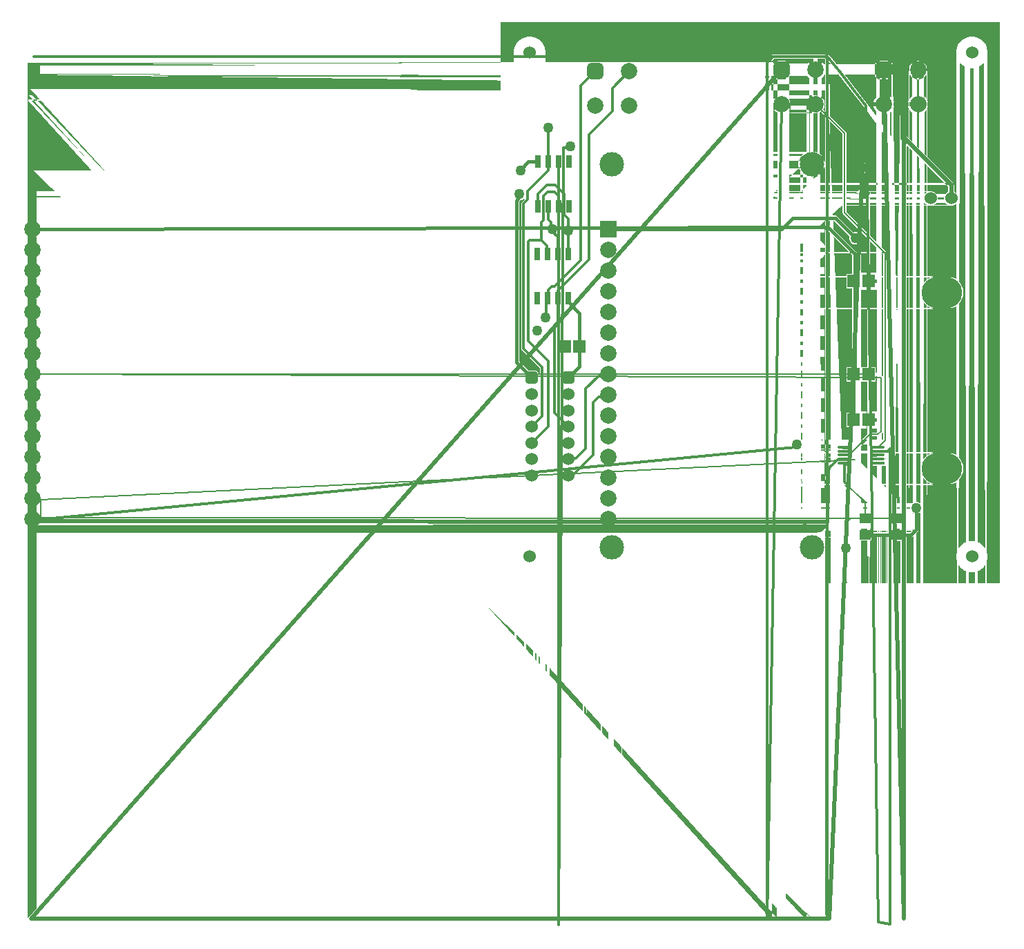
<source format=gbr>
%FSTAX23Y23*%
%MOMM*%
%SFA1B1*%

%IPPOS*%
%AMD15*
4,1,8,-0.601980,-0.175260,0.601980,-0.175260,0.777240,0.000000,0.777240,0.000000,0.601980,0.175260,-0.601980,0.175260,-0.777240,0.000000,-0.777240,0.000000,-0.601980,-0.175260,0.0*
1,1,0.350000,-0.601980,0.000000*
1,1,0.350000,0.601980,0.000000*
1,1,0.350000,0.601980,0.000000*
1,1,0.350000,-0.601980,0.000000*
%
%AMD23*
4,1,8,0.599440,1.899920,-0.599440,1.899920,-2.499360,0.000000,-2.499360,0.000000,-0.599440,-1.899920,0.599440,-1.899920,2.499360,0.000000,2.499360,0.000000,0.599440,1.899920,0.0*
1,1,3.800000,0.599440,0.000000*
1,1,3.800000,-0.599440,0.000000*
1,1,3.800000,-0.599440,0.000000*
1,1,3.800000,0.599440,0.000000*
%
%AMD25*
4,1,8,0.381000,0.762000,-0.381000,0.762000,-0.762000,0.381000,-0.762000,-0.381000,-0.381000,-0.762000,0.381000,-0.762000,0.762000,-0.381000,0.762000,0.381000,0.381000,0.762000,0.0*
1,1,0.762000,0.381000,0.381000*
1,1,0.762000,-0.381000,0.381000*
1,1,0.762000,-0.381000,-0.381000*
1,1,0.762000,0.381000,-0.381000*
%
%AMD26*
4,1,8,0.500380,1.000760,-0.500380,1.000760,-1.000760,0.500380,-1.000760,-0.500380,-0.500380,-1.000760,0.500380,-1.000760,1.000760,-0.500380,1.000760,0.500380,0.500380,1.000760,0.0*
1,1,1.000000,0.500380,0.500380*
1,1,1.000000,-0.500380,0.500380*
1,1,1.000000,-0.500380,-0.500380*
1,1,1.000000,0.500380,-0.500380*
%
%ADD10C,0.299999*%
%ADD11R,0.539999X0.859998*%
%ADD12R,0.649999X1.524997*%
%ADD13R,1.449997X1.199998*%
%ADD14R,1.556497X0.349999*%
G04~CAMADD=15~8~0.0~0.0~612.8~137.8~68.9~0.0~15~0.0~0.0~0.0~0.0~0~0.0~0.0~0.0~0.0~0~0.0~0.0~0.0~180.0~612.0~137.0*
%ADD15D15*%
%ADD16R,1.499997X1.549997*%
%ADD17C,0.399999*%
%ADD18C,0.200000*%
%ADD19C,0.499999*%
%ADD20R,1.999996X1.999996*%
%ADD21C,1.999996*%
%ADD22C,2.999994*%
G04~CAMADD=23~8~0.0~0.0~1968.5~1496.1~748.0~0.0~15~0.0~0.0~0.0~0.0~0~0.0~0.0~0.0~0.0~0~0.0~0.0~0.0~0.0~1968.5~1496.1*
%ADD23D23*%
%ADD24C,1.523997*%
G04~CAMADD=25~8~0.0~0.0~600.0~600.0~150.0~0.0~15~0.0~0.0~0.0~0.0~0~0.0~0.0~0.0~0.0~0~0.0~0.0~0.0~0.0~600.0~600.0*
%ADD25D25*%
G04~CAMADD=26~8~0.0~0.0~787.4~787.4~196.9~0.0~15~0.0~0.0~0.0~0.0~0~0.0~0.0~0.0~0.0~0~0.0~0.0~0.0~0.0~787.4~787.4*
%ADD26D26*%
%ADD27C,1.523997*%
%ADD28C,1.269997*%
%LNecu_freio_2024_equipe_imperador_copper_signal_top-1*%
%LPD*%
G36*
X129286Y52451D02*
X108204D01*
Y59381*
X108206Y59383*
X108371Y59692*
X108454Y59966*
X108472Y60027*
X108478Y6009*
X108484Y60134*
Y66359*
X109169Y67044*
X109323Y67018*
X109347Y66982*
X109446Y66916*
X109563Y66893*
X109937*
Y64965*
X109955Y64878*
X110004Y64803*
X112546Y62261*
Y6116*
X111925*
Y60665*
X110981*
X110894Y60647*
X110819Y60598*
X1102Y59979*
X110151Y59904*
X110133Y59817*
Y57494*
X110069Y57477*
X109896Y57377*
X109754Y57235*
X109654Y57062*
X109602Y56869*
Y56668*
X109654Y56475*
X109754Y56302*
X109896Y5616*
X110069Y5606*
X110262Y56008*
X110463*
X110656Y5606*
X110829Y5616*
X110971Y56302*
X111071Y56475*
X111122Y56668*
Y56869*
X111071Y57062*
X110971Y57235*
X110829Y57377*
X110656Y57477*
X110592Y57494*
Y59721*
X111077Y60206*
X111925*
Y5971*
X113625*
Y6116*
X113005*
Y62357*
X112987Y62444*
X112938Y62519*
X110396Y6506*
Y66893*
X11077*
X110887Y66916*
X110986Y66982*
X111052Y67081*
X111076Y67198*
X111052Y67316*
X111122Y6744*
X111431*
X11624Y62631*
Y61144*
X115735*
Y59694*
X117435*
Y61144*
X116699*
Y62726*
X116682Y62814*
X116632Y62889*
X111688Y67832*
X111614Y67882*
X111526Y67899*
X111073*
X111019Y68019*
X111026Y68041*
X111052Y68081*
X111058Y6811*
X111098Y68136*
X113471Y70509*
X114319*
X114407Y70527*
X114481Y70576*
X114832Y70927*
X114877Y70922*
X114959Y70883*
Y70114*
X11435Y69504*
X113765*
X113648Y69481*
X113549Y69415*
X113482Y69316*
X113459Y69198*
X113482Y69081*
X113509Y69041*
X113538Y68948*
X113509Y68856*
X113482Y68816*
X113459Y68698*
X113482Y68581*
X113508Y68543*
X113456Y68508*
X113416Y68448*
X113599*
X113648Y68416*
X113765Y68393*
X114368*
Y68004*
X113765*
X113648Y67981*
X113599Y67948*
X113416*
X113456Y67889*
X113508Y67854*
X113482Y67816*
X113459Y67698*
X113474Y67625*
X113465Y67498*
Y66898*
X115272*
Y67498*
X115263Y67625*
X115277Y67698*
X115254Y67816*
X115228Y67854*
X115281Y67889*
X115376Y68031*
X115409Y68199*
X115391Y68291*
X115482Y68418*
X115561*
X115669Y68439*
X11576Y685*
X116022Y68762*
X116083Y68853*
X116104Y68961*
Y10703*
X116083Y107138*
X116046Y107192*
X116054Y107199*
X113134Y111136*
X110017Y115172*
X108429Y117145*
X108423Y117155*
X108422Y117155*
X108423Y117156*
X108389Y117208*
X108348Y117235*
X108333Y117245*
X108198Y117335*
X107974Y11738*
X107847Y117374*
X101473*
X101365Y117353*
X101274Y117292*
X100512Y11653*
X100451Y116439*
X10043Y116332*
Y11303*
X100451Y112922*
X100512Y112831*
X10152Y111824*
X10144Y111686*
X101363Y1114*
Y111103*
X10144Y110817*
X101588Y110561*
X101798Y110351*
X102054Y110203*
X10234Y110126*
X102637*
X102923Y110203*
X103179Y110351*
X103389Y110561*
X103537Y110817*
X103613Y111103*
Y1114*
X103537Y111686*
X103389Y111942*
X103179Y112152*
X102923Y1123*
X102637Y112376*
X10234*
X102054Y1123*
X101916Y11222*
X100991Y113146*
Y116215*
X101589Y116813*
X106434*
X106451Y116686*
X106204Y11662*
X105919Y116455*
X105685Y116221*
X10552Y115936*
X105457Y115701*
X10792*
X107857Y115936*
X107692Y116221*
X107458Y116455*
X107173Y11662*
X106926Y116686*
X106943Y116813*
X107858*
X107983Y116802*
X109575Y114823*
X112685Y110797*
X115543Y106943*
Y92968*
X115418Y92964*
X1154Y93051*
X115351Y93126*
X110465Y98011*
Y107704*
X110447Y107792*
X110398Y107867*
X107631Y110634*
X107737Y110817*
X107813Y111103*
Y1114*
X107737Y111686*
X107589Y111942*
X107379Y112152*
X107123Y1123*
X106837Y112376*
X10654*
X106254Y1123*
X105998Y112152*
X105788Y111942*
X10564Y111686*
X105563Y1114*
Y111103*
X10564Y110817*
X105788Y110561*
X105998Y110351*
X106254Y110203*
X10654Y110126*
X106837*
X107123Y110203*
X107306Y110309*
X110006Y107609*
Y97917*
X110024Y97829*
X110073Y97754*
X114959Y92868*
Y7794*
X114877Y77902*
X114832Y77896*
X114462Y78267*
X114387Y78316*
X1143Y78334*
X114031*
Y79004*
X112359*
X112281*
X112154*
X111815*
Y88634*
X112164*
Y88505*
X112918*
Y89535*
Y90563*
X112164*
Y90434*
X111826*
Y92847*
X111801Y92974*
X111729Y93082*
X108438Y96373*
X10833Y96445*
X108204Y9647*
X107653*
X10758Y96596*
X10737Y96806*
X107333Y96827*
X107365Y9695*
X108955*
X110849Y95056*
X110809Y94905*
Y94705*
X110861Y94512*
X110961Y94338*
X111102Y94197*
X111276Y94097*
X111469Y94045*
X111669*
X111862Y94097*
X112036Y94197*
X112177Y94338*
X112277Y94512*
X112329Y94705*
Y94905*
X112277Y95098*
X112177Y95272*
X112036Y95413*
X111862Y95513*
X111669Y95565*
X111469*
X111318Y95525*
X109327Y97516*
X109219Y97588*
X109093Y97613*
X103886*
X103759Y97588*
X103651Y97516*
X102372Y96237*
X82404*
Y9703*
X80154*
Y9478*
X82404*
Y95574*
X102509*
X102636Y95599*
X102744Y95671*
X104023Y9695*
X105994*
X106026Y96827*
X105989Y96806*
X105779Y96596*
X105631Y9634*
X105554Y96054*
Y95757*
X105631Y95471*
X105779Y95215*
X105989Y95005*
X106245Y94857*
X106531Y9478*
X106828*
X107114Y94857*
X10737Y95005*
X10758Y95215*
X107728Y95471*
X107804Y95757*
Y95807*
X108066*
X111163Y9271*
Y90434*
X110492*
Y88634*
X111152*
Y79004*
X110481*
Y77204*
X111025*
Y73416*
X110492*
Y71616*
X112163*
Y71487*
X112917*
Y72517*
Y73545*
X112163*
Y73416*
X111688*
Y77204*
X112154*
X112231*
X112359*
X114031*
Y77875*
X114204*
X114451Y77628*
Y71195*
X114224Y70968*
X113376*
X113288Y7095*
X113213Y70901*
X111197Y68884*
X11106Y68905*
X111011Y68995*
X111026Y69041*
X111052Y69081*
X111076Y69198*
X111052Y69316*
X110986Y69415*
X110887Y69481*
X11077Y69504*
X109563*
X109446Y69481*
X109347Y69415*
X109281Y69316*
X109258Y69198*
X109281Y69081*
X109308Y69041*
X109337Y68948*
X109308Y68856*
X109281Y68816*
X109258Y68698*
X109281Y68581*
X109308Y68541*
X109337Y68448*
X109308Y68356*
X109281Y68316*
X109258Y68199*
X109281Y68081*
X109302Y6805*
X109303Y67996*
X1093Y6798*
X109271Y67912*
X10926Y67901*
X109239Y67887*
X109206Y67871*
X109194Y67857*
X109179Y67847*
X108005Y66673*
X107944Y66582*
X107923Y66475*
Y65622*
X107796Y65605*
X107728Y6586*
X10758Y66116*
X10737Y66326*
X107114Y66474*
X106828Y6655*
X106531*
X106245Y66474*
X105989Y66326*
X105779Y66116*
X105631Y6586*
X105554Y65574*
Y65277*
X105631Y64991*
X105779Y64735*
X105989Y64525*
X106245Y64377*
X106531Y643*
X106828*
X107114Y64377*
X10737Y64525*
X10758Y64735*
X107728Y64991*
X107796Y65246*
X107923Y65229*
Y64135*
X105081*
X104575Y6873*
X104687Y6876*
X10486Y6886*
X105002Y69002*
X105102Y69175*
X105153Y69368*
Y69569*
X105102Y69762*
X105002Y69935*
X10486Y70077*
X104687Y70177*
X104494Y70228*
X104293*
X1041Y70177*
X103927Y70077*
X103785Y69935*
X103685Y69762*
X103633Y69569*
Y69368*
X103685Y69175*
X103785Y69002*
X103927Y6886*
X104001Y68817*
X104506Y64229*
X104421Y64135*
X79756*
X79629Y64008*
Y52451*
X68072*
Y121285*
X129286*
Y52451*
G37*
%LNecu_freio_2024_equipe_imperador_copper_signal_top-2*%
%LPC*%
G36*
X126046Y119526D02*
X125667D01*
X125295Y119452*
X124945Y119307*
X124629Y119097*
X124361Y118829*
X124151Y118513*
X124005Y118163*
X123931Y117791*
Y117412*
X124005Y11704*
X124151Y11669*
X124361Y116374*
X124629Y116106*
X124945Y115896*
X125295Y11575*
X125667Y115676*
X126046*
X126418Y11575*
X126768Y115896*
X127084Y116106*
X127352Y116374*
X127562Y11669*
X127707Y11704*
X127781Y117412*
Y117791*
X127707Y118163*
X127562Y118513*
X127352Y118829*
X127084Y119097*
X126768Y119307*
X126418Y119452*
X126046Y119526*
G37*
G36*
X71817D02*
X71438D01*
X71066Y119452*
X70716Y119307*
X704Y119097*
X70132Y118829*
X69922Y118513*
X69776Y118163*
X69702Y117791*
Y117412*
X69776Y11704*
X69922Y11669*
X70132Y116374*
X704Y116106*
X70716Y115896*
X71066Y11575*
X71438Y115676*
X71817*
X72189Y11575*
X72539Y115896*
X72855Y116106*
X73123Y116374*
X73333Y11669*
X73478Y11704*
X73552Y117412*
Y117791*
X73478Y118163*
X73333Y118513*
X73123Y118829*
X72855Y119097*
X72539Y119307*
X72189Y119452*
X71817Y119526*
G37*
G36*
X119401Y116576D02*
X119104D01*
X118818Y1165*
X118562Y116352*
X118352Y116142*
X118204Y115886*
X118127Y1156*
Y115303*
X118204Y115017*
X118352Y114761*
X118562Y114551*
X118818Y114403*
X119104Y114326*
X119401*
X119687Y114403*
X119943Y114551*
X120153Y114761*
X120301Y115017*
X120377Y115303*
Y1156*
X120301Y115886*
X120153Y116142*
X119943Y116352*
X119687Y1165*
X119401Y116576*
G37*
G36*
X10792Y115201D02*
X106938D01*
Y11422*
X107173Y114283*
X107458Y114448*
X107692Y114682*
X107857Y114967*
X10792Y115201*
G37*
G36*
X106438D02*
X105457D01*
X10552Y114967*
X105685Y114682*
X105919Y114448*
X106204Y114283*
X106438Y11422*
Y115201*
G37*
G36*
X8012Y116453D02*
X7912D01*
X78876Y116404*
X78669Y116266*
X78531Y116059*
X78482Y115815*
Y114815*
X78522Y114615*
X77652Y113745*
X77591Y113654*
X7757Y113546*
Y92191*
X74559Y8918*
X74295*
X74187Y89159*
X74096Y89098*
X73683Y88685*
X73622Y88594*
X73601Y88486*
Y88345*
X73336*
Y8657*
X73379*
Y85835*
X73239Y85798*
X73066Y85698*
X72924Y85556*
X72824Y85383*
X72772Y8519*
Y84989*
X72824Y84796*
X72924Y84623*
X73066Y84481*
X73239Y84381*
X73432Y84329*
X73633*
X73826Y84381*
X73999Y84481*
X74141Y84623*
X74241Y84796*
X74292Y84989*
Y8519*
X74241Y85383*
X74141Y85556*
X73999Y85698*
X7394Y85732*
Y8657*
X74236*
Y88345*
X74256Y88464*
X74411Y88619*
X74676*
X74733Y8863*
X7481Y88517*
X74797Y88499*
X74776Y88392*
Y88345*
X74606*
Y8657*
X74776*
Y84375*
X74452Y8405*
X74391Y83959*
X7437Y83852*
Y73367*
X74391Y7326*
X74452Y73169*
X75532Y72088*
X755Y72033*
X75439Y71807*
Y71574*
X755Y71348*
X75617Y71146*
X75782Y70981*
X75984Y70864*
X7621Y70803*
X76443*
X76669Y70864*
X76871Y70981*
X77036Y71146*
X77153Y71348*
X77213Y71574*
Y71807*
X77153Y72033*
X77036Y72235*
X76871Y724*
X76669Y72517*
X76443Y72577*
X7621*
X75984Y72517*
X75929Y72485*
X7493Y73483*
Y80377*
X74931Y80504*
X75057*
X75685*
Y81534*
Y82562*
X74931*
X7493Y82689*
Y83736*
X75255Y8406*
X75316Y84151*
X75337Y84258*
Y8657*
X75506*
Y88345*
X75477Y88416*
X79065Y92003*
X79126Y92094*
X79147Y92202*
Y107402*
X81935Y11019*
X81996Y110281*
X82017Y110388*
Y113117*
X83247Y114347*
X83385Y114267*
X83671Y11419*
X83968*
X84254Y114267*
X8451Y114415*
X8472Y114625*
X84868Y114881*
X84944Y115167*
Y115464*
X84868Y11575*
X8472Y116006*
X8451Y116216*
X84254Y116364*
X83968Y11644*
X83671*
X83385Y116364*
X83129Y116216*
X82919Y116006*
X82771Y11575*
X82694Y115464*
Y115167*
X82771Y114881*
X82851Y114743*
X81538Y113431*
X81478Y11334*
X81456Y113233*
Y110504*
X78668Y107716*
X78607Y107625*
X78586Y107518*
Y92318*
X7824Y91971*
X78123Y92034*
X78131Y92075*
Y11343*
X78919Y114218*
X7912Y114178*
X8012*
X80363Y114227*
X8057Y114365*
X80708Y114572*
X80757Y114815*
Y115815*
X80708Y116059*
X8057Y116266*
X80363Y116404*
X8012Y116453*
G37*
G36*
X119502Y112483D02*
Y111501D01*
X120484*
X120421Y111735*
X120256Y112021*
X120022Y112255*
X119736Y11242*
X119502Y112483*
G37*
G36*
X119002D02*
X118768Y11242D01*
X118483Y112255*
X118249Y112021*
X118084Y111735*
X118021Y111501*
X119002*
Y112483*
G37*
G36*
X115302D02*
Y111501D01*
X116284*
X116221Y111735*
X116056Y112021*
X115822Y112255*
X115537Y11242*
X115302Y112483*
G37*
G36*
X114802D02*
X114568Y11242D01*
X114283Y112255*
X114049Y112021*
X113884Y111735*
X113821Y111501*
X114802*
Y112483*
G37*
G36*
X120484Y111001D02*
X119502D01*
Y11002*
X119736Y110083*
X120022Y110248*
X120256Y110482*
X120421Y110767*
X120484Y111001*
G37*
G36*
X119002D02*
X118021D01*
X118084Y110767*
X118249Y110482*
X118483Y110248*
X118768Y110083*
X119002Y11002*
Y111001*
G37*
G36*
X116284D02*
X115302D01*
Y11002*
X115537Y110083*
X115822Y110248*
X116056Y110482*
X116221Y110767*
X116284Y111001*
G37*
G36*
X114802D02*
X113821D01*
X113884Y110767*
X114049Y110482*
X114283Y110248*
X114568Y110083*
X114802Y11002*
Y111001*
G37*
G36*
X83968Y11224D02*
X83671D01*
X83385Y112164*
X83129Y112016*
X82919Y111806*
X82771Y11155*
X82694Y111264*
Y110967*
X82771Y110681*
X82919Y110425*
X83129Y110215*
X83385Y110067*
X83671Y10999*
X83968*
X84254Y110067*
X8451Y110215*
X8472Y110425*
X84868Y110681*
X84944Y110967*
Y111264*
X84868Y11155*
X8472Y111806*
X8451Y112016*
X84254Y112164*
X83968Y11224*
G37*
G36*
X79768D02*
X79471D01*
X79185Y112164*
X78929Y112016*
X78719Y111806*
X78571Y11155*
X78494Y111264*
Y110967*
X78571Y110681*
X78719Y110425*
X78929Y110215*
X79185Y110067*
X79471Y10999*
X79768*
X80054Y110067*
X8031Y110215*
X8052Y110425*
X80668Y110681*
X80744Y110967*
Y111264*
X80668Y11155*
X8052Y111806*
X8031Y112016*
X80054Y112164*
X79768Y11224*
G37*
G36*
X76681Y106804D02*
X7648D01*
X76287Y106753*
X76114Y106653*
X75972Y106511*
X75872Y106338*
X75846Y106239*
X75732*
X75732*
X75625Y106217*
X75534Y106157*
X74985Y105608*
X74924Y105517*
X74903Y10541*
Y105072*
X74733*
Y103297*
X75633*
Y105072*
X75464*
Y105293*
X75802Y105632*
X7595Y105617*
X75972Y105578*
X76114Y105436*
X76287Y105336*
X76318Y105328*
X76301Y105201*
X75874*
Y104434*
X76454*
X77032*
Y105201*
X7686*
X76843Y105328*
X76874Y105336*
X77047Y105436*
X77189Y105578*
X77289Y105751*
X7734Y105944*
Y106145*
X77289Y106338*
X77189Y106511*
X77047Y106653*
X76874Y106753*
X76681Y106804*
G37*
G36*
X102988Y116589D02*
X101988D01*
X101745Y11654*
X101538Y116402*
X1014Y116195*
X101351Y115951*
Y114951*
X1014Y114708*
X101538Y114501*
X101745Y114363*
X101988Y114314*
X102988*
X103069Y11433*
X10431Y113089*
Y113089*
X104434Y113006*
X10458Y112977*
X108179*
X112266Y10889*
Y105056*
X112253*
Y103946*
X113043*
Y105056*
X113031*
Y109048*
Y109048*
X113002Y109195*
X112919Y109319*
X112919*
X108608Y11363*
X108484Y113713*
X108337Y113742*
X104739*
X10361Y114871*
X103626Y114951*
Y115951*
X103577Y116195*
X103439Y116402*
X103232Y11654*
X102988Y116589*
G37*
G36*
X73093Y105072D02*
X72193D01*
Y104516*
X71453*
X71326Y104491*
X71219Y104419*
X70662Y103863*
X70585Y103883*
X70384*
X70191Y103832*
X70018Y103732*
X69876Y10359*
X69776Y103417*
X69724Y103224*
Y103023*
X69776Y10283*
X69876Y102657*
X70018Y102515*
X70191Y102415*
X70384Y102363*
X70585*
X70778Y102415*
X70951Y102515*
X71093Y102657*
X71193Y10283*
X71244Y103023*
Y103224*
X71193Y103417*
X71178Y103441*
X7159Y103853*
X72193*
Y103297*
X73093*
Y105072*
G37*
G36*
X77032Y103934D02*
X76703D01*
Y103168*
X77032*
Y103934*
G37*
G36*
X76203D02*
X75874D01*
Y103168*
X76203*
Y103934*
G37*
G36*
X10637Y10549D02*
X106049D01*
X105735Y105428*
X10544Y105306*
X105174Y105128*
X104947Y104901*
X104769Y104635*
X104647Y104339*
X104584Y104026*
Y103705*
X104647Y103391*
X104769Y103096*
X104947Y10283*
X105174Y102603*
X10544Y102425*
X105735Y102303*
X106049Y10224*
X10637*
X106683Y102303*
X106979Y102425*
X107245Y102603*
X107472Y10283*
X10765Y103096*
X107772Y103391*
X107834Y103705*
Y104026*
X107772Y104339*
X10765Y104635*
X107472Y104901*
X107245Y105128*
X106979Y105306*
X106683Y105428*
X10637Y10549*
G37*
G36*
X8186D02*
X81539D01*
X81225Y105428*
X8093Y105306*
X80664Y105128*
X80437Y104901*
X80259Y104635*
X80137Y104339*
X80074Y104026*
Y103705*
X80137Y103391*
X80259Y103096*
X80437Y10283*
X80664Y102603*
X8093Y102425*
X81225Y102303*
X81539Y10224*
X8186*
X82174Y102303*
X82469Y102425*
X82735Y102603*
X82962Y10283*
X8314Y103096*
X83262Y103391*
X83325Y103705*
Y104026*
X83262Y104339*
X8314Y104635*
X82962Y104901*
X82735Y105128*
X82469Y105306*
X82174Y105428*
X8186Y10549*
G37*
G36*
X74014Y10909D02*
X73813D01*
X7362Y109039*
X73447Y108939*
X73305Y108797*
X73205Y108624*
X73153Y108431*
Y10823*
X73205Y108037*
X73305Y107864*
X73447Y107722*
X7362Y107622*
X73633Y107619*
Y105072*
X73463*
Y103297*
X73511*
X73563Y10317*
X71175Y100782*
X71114Y100691*
X71111Y100672*
X70977Y10065*
X70966Y100669*
X70824Y100811*
X70651Y100911*
X70458Y100962*
X70257*
X70064Y100911*
X69891Y100811*
X69749Y100669*
X69649Y100496*
X69597Y100303*
Y100102*
X69649Y99909*
X69749Y99736*
X69793Y99692*
X69742Y9964*
X6967Y99533*
X69645Y99406*
Y79595*
X6967Y79469*
X69742Y79361*
X70992Y78111*
X70985Y78071*
Y77309*
X71024Y77112*
X71136Y76945*
X71303Y76833*
X71501Y76794*
X71582*
X71599Y76667*
X71489Y76637*
X71258Y76503*
X71068Y76314*
X70935Y76083*
X70897Y7594*
X71882*
Y7544*
X70897*
X70935Y75298*
X71068Y75067*
X71258Y74877*
X71489Y74744*
X71692Y74689*
Y74558*
X71539Y74517*
X71337Y744*
X71172Y74235*
X71055Y74033*
X70994Y73807*
Y73574*
X71055Y73348*
X71172Y73146*
X71337Y72981*
X71539Y72864*
X71765Y72803*
X71998*
X72224Y72864*
X72426Y72981*
X72591Y73146*
X72708Y73348*
X72744Y73483*
X72871Y73466*
Y73077*
X72279Y72485*
X72224Y72517*
X71998Y72577*
X71765*
X71539Y72517*
X71337Y724*
X71172Y72235*
X71055Y72033*
X70994Y71807*
Y71574*
X71055Y71348*
X71172Y71146*
X71337Y70981*
X71539Y70864*
X71765Y70803*
X71998*
X72224Y70864*
X72426Y70981*
X72591Y71146*
X72708Y71348*
X72768Y71574*
Y71807*
X72708Y72033*
X72676Y72088*
X7335Y72762*
X73411Y72853*
X73432Y7296*
Y78994*
X73411Y79101*
X7335Y79192*
X71146Y81396*
Y81965*
X71273Y82003*
X7128Y81992*
X73633Y79639*
Y71839*
X72279Y70485*
X72224Y70517*
X71998Y70577*
X71765*
X71539Y70517*
X71337Y704*
X71172Y70235*
X71055Y70033*
X70994Y69807*
Y69574*
X71055Y69348*
X71172Y69146*
X71337Y68981*
X71539Y68864*
X71765Y68803*
X71998*
X72224Y68864*
X72426Y68981*
X72591Y69146*
X72708Y69348*
X72768Y69574*
Y69807*
X72708Y70033*
X72676Y70088*
X74112Y71524*
X74173Y71615*
X74194Y71722*
Y79755*
Y79756*
X74173Y79863*
X74112Y79954*
X71759Y82306*
Y82759*
X71886Y82812*
X71971Y82727*
X72173Y8261*
X72266Y82585*
Y83439*
Y84292*
X72173Y84267*
X71971Y8415*
X71886Y84065*
X71759Y84118*
Y94297*
X71771Y94309*
X72908*
X73326Y93891*
X73336Y93769*
Y91994*
X74236*
Y93769*
X73978*
Y93916*
X73956Y94024*
X73896Y94115*
X73305Y94705*
Y96671*
X73477Y96843*
X73538Y96934*
X73544Y96966*
X73676Y9698*
X73715Y96921*
X73955Y96681*
Y96493*
X73955Y96493*
X73813Y96351*
X73713Y96178*
X73661Y95985*
Y95784*
X73713Y95591*
X73813Y95418*
X73955Y95276*
X74128Y95176*
X74321Y95124*
X74522*
X74522Y95125*
X74776Y94871*
Y93769*
X74606*
Y91994*
X75506*
Y93769*
X75337*
Y94987*
X75316Y95094*
X75255Y95185*
X75026Y95414*
X7503Y95418*
X7513Y95591*
X75181Y95784*
Y95985*
X7513Y96178*
X7503Y96351*
X74888Y96493*
X74715Y96593*
X74522Y96644*
X74516*
Y96797*
X74495Y96904*
X74434Y96995*
X74194Y97236*
Y97873*
X74363*
Y99648*
X73559*
Y99832*
X73903Y100176*
X74559*
X74903Y99832*
Y99648*
X74733*
Y97873*
X75538*
Y97688*
X75559Y97581*
X7562Y9749*
X76046Y97064*
Y96469*
X76033Y96466*
X7586Y96366*
X75718Y96224*
X75618Y96051*
X75566Y95858*
Y95657*
X75618Y95464*
X75718Y95291*
X7586Y95149*
X76033Y95049*
X76046Y95046*
Y93769*
X75876*
Y91994*
X76776*
Y93769*
X76607*
Y95046*
X7662Y95049*
X76793Y95149*
X76935Y95291*
X77035Y95464*
X77086Y95657*
Y95858*
X77035Y96051*
X76935Y96224*
X76793Y96366*
X7662Y96466*
X76607Y96469*
Y9718*
X76586Y97287*
X76525Y97378*
X76157Y97746*
X7621Y97873*
X76903*
Y99648*
X76099*
Y100247*
X76078Y100354*
X76017Y100445*
X74918Y101544*
X74827Y101605*
X7472Y101626*
X73768*
X73768*
X7366Y101605*
X73569Y101544*
X72445Y10042*
X72384Y100329*
X72363Y100221*
Y99648*
X72193*
Y97873*
X72998*
Y97157*
X72826Y96985*
X72765Y96894*
X72744Y96787*
Y94869*
X71654*
X71547Y94848*
X71456Y94787*
X7128Y94612*
X71273Y946*
X71146Y94639*
Y98943*
X71572Y99369*
X71633Y9946*
X71654Y99568*
Y100467*
X74112Y102925*
X74173Y103016*
X74194Y103124*
Y103297*
X74363*
Y105072*
X74194*
Y107619*
X74207Y107622*
X7438Y107722*
X74522Y107864*
X74622Y108037*
X74673Y10823*
Y108431*
X74622Y108624*
X74522Y108797*
X7438Y108939*
X74207Y109039*
X74014Y10909*
G37*
G36*
X113043Y102916D02*
X112253D01*
Y101806*
X112266*
Y10091*
X112182Y100861*
X11204Y10072*
X11194Y100547*
X111888Y100353*
Y100153*
X11194Y9996*
X11204Y99787*
X112182Y99645*
X112355Y99545*
X112548Y99493*
X112749*
X112942Y99545*
X113115Y99645*
X113257Y99787*
X113357Y9996*
X113408Y100153*
Y100353*
X113357Y100547*
X113257Y10072*
X113115Y100861*
X113031Y10091*
Y101806*
X113043*
Y102916*
G37*
G36*
X115553Y116589D02*
X114553D01*
X114309Y11654*
X114102Y116402*
X113964Y116195*
X113915Y115951*
Y114951*
X113964Y114708*
X114102Y114501*
X114309Y114363*
X114553Y114314*
X115553*
X115633Y11433*
X117092Y112871*
Y107188*
X117121Y107041*
X117204Y106917*
X122934Y101187*
Y100498*
X122772Y100404*
X122607Y100239*
X12249Y100037*
X122429Y99811*
Y99578*
X12249Y99352*
X122607Y9915*
X122772Y98985*
X122974Y98868*
X1232Y98807*
X123433*
X123659Y98868*
X123861Y98985*
X124026Y9915*
X124143Y99352*
X124203Y99578*
Y99811*
X124143Y100037*
X124026Y100239*
X123861Y100404*
X123699Y100498*
Y101346*
X12367Y101492*
X123587Y101616*
X117857Y107346*
Y11303*
X117828Y113176*
X117745Y1133*
X116174Y114871*
X11619Y114951*
Y115951*
X116141Y116195*
X116003Y116402*
X115796Y11654*
X115553Y116589*
G37*
G36*
X120893Y100581D02*
X12066D01*
X120434Y100521*
X120232Y100404*
X120067Y100239*
X11995Y100037*
X119889Y99811*
Y99578*
X11995Y99352*
X120067Y9915*
X120232Y98985*
X120434Y98868*
X12066Y98807*
X120893*
X121119Y98868*
X121321Y98985*
X121486Y9915*
X121603Y99352*
X121663Y99578*
Y99811*
X121603Y100037*
X121486Y100239*
X121321Y100404*
X121119Y100521*
X120893Y100581*
G37*
G36*
X106929Y94597D02*
Y93615D01*
X107911*
X107848Y9385*
X107683Y94135*
X107449Y94369*
X107163Y94534*
X106929Y94597*
G37*
G36*
X106429D02*
X106195Y94534D01*
X10591Y94369*
X105676Y94135*
X105511Y9385*
X105448Y93615*
X106429*
Y94597*
G37*
G36*
X81529D02*
Y93615D01*
X82511*
X82448Y9385*
X82283Y94135*
X82049Y94369*
X81763Y94534*
X81529Y94597*
G37*
G36*
X81029D02*
X80795Y94534D01*
X8051Y94369*
X80276Y94135*
X80111Y9385*
X80048Y93615*
X81029*
Y94597*
G37*
G36*
X107911Y93115D02*
X106929D01*
Y92134*
X107163Y92197*
X107449Y92362*
X107683Y92596*
X107848Y92881*
X107911Y93115*
G37*
G36*
X106429D02*
X105448D01*
X105511Y92881*
X105676Y92596*
X10591Y92362*
X106195Y92197*
X106429Y92134*
Y93115*
G37*
G36*
X82511D02*
X81529D01*
Y92134*
X81763Y92197*
X82049Y92362*
X82283Y92596*
X82448Y92881*
X82511Y93115*
G37*
G36*
X81029D02*
X80048D01*
X80111Y92881*
X80276Y92596*
X8051Y92362*
X80795Y92197*
X81029Y92134*
Y93115*
G37*
G36*
X72966Y93769D02*
X72066D01*
Y91994*
X72966*
Y93769*
G37*
G36*
X114172Y90563D02*
X113418D01*
Y89784*
X114172*
Y90563*
G37*
G36*
X106828Y9195D02*
X106531D01*
X106245Y91874*
X105989Y91726*
X105779Y91516*
X105631Y9126*
X105554Y90974*
Y90677*
X105631Y90391*
X105779Y90135*
X105989Y89925*
X106245Y89777*
X106531Y897*
X106828*
X107114Y89777*
X10737Y89925*
X10758Y90135*
X107728Y90391*
X107804Y90677*
Y90974*
X107728Y9126*
X10758Y91516*
X10737Y91726*
X107114Y91874*
X106828Y9195*
G37*
G36*
X81428D02*
X81131D01*
X80845Y91874*
X80589Y91726*
X80379Y91516*
X80231Y9126*
X80154Y90974*
Y90677*
X80231Y90391*
X80379Y90135*
X80589Y89925*
X80845Y89777*
X81131Y897*
X81428*
X81714Y89777*
X8197Y89925*
X8218Y90135*
X82328Y90391*
X82404Y90677*
Y90974*
X82328Y9126*
X8218Y91516*
X8197Y91726*
X81714Y91874*
X81428Y9195*
G37*
G36*
X114172Y89284D02*
X113418D01*
Y88505*
X114172*
Y89284*
G37*
G36*
X73095Y88474D02*
X72766D01*
Y87707*
X73095*
Y88474*
G37*
G36*
X72266D02*
X71937D01*
Y87707*
X72266*
Y88474*
G37*
G36*
X106828Y8941D02*
X106531D01*
X106245Y89334*
X105989Y89186*
X105779Y88976*
X105631Y8872*
X105554Y88434*
Y88137*
X105631Y87851*
X105779Y87595*
X105989Y87385*
X106245Y87237*
X106531Y8716*
X106828*
X107114Y87237*
X10737Y87385*
X10758Y87595*
X107728Y87851*
X107804Y88137*
Y88434*
X107728Y8872*
X10758Y88976*
X10737Y89186*
X107114Y89334*
X106828Y8941*
G37*
G36*
X81428D02*
X81131D01*
X80845Y89334*
X80589Y89186*
X80379Y88976*
X80231Y8872*
X80154Y88434*
Y88137*
X80231Y87851*
X80379Y87595*
X80589Y87385*
X80845Y87237*
X81131Y8716*
X81428*
X81714Y87237*
X8197Y87385*
X8218Y87595*
X82328Y87851*
X82404Y88137*
Y88434*
X82328Y8872*
X8218Y88976*
X8197Y89186*
X81714Y89334*
X81428Y8941*
G37*
G36*
X73095Y87207D02*
X72766D01*
Y86441*
X73095*
Y87207*
G37*
G36*
X72266D02*
X71937D01*
Y86441*
X72266*
Y87207*
G37*
G36*
X122773Y90172D02*
X121573D01*
X121177Y90133*
X120795Y90017*
X120443Y89829*
X120135Y89576*
X119882Y89268*
X119694Y88916*
X119578Y88534*
X119539Y88138*
X119578Y87741*
X119694Y87359*
X119882Y87007*
X120135Y86699*
X120443Y86446*
X120795Y86258*
X121177Y86142*
X121573Y86103*
X122773*
X12317Y86142*
X123552Y86258*
X123904Y86446*
X124212Y86699*
X124465Y87007*
X124653Y87359*
X124769Y87741*
X124808Y88138*
X124769Y88534*
X124653Y88916*
X124465Y89268*
X124212Y89576*
X123904Y89829*
X123552Y90017*
X12317Y90133*
X122773Y90172*
G37*
G36*
X106828Y8687D02*
X106531D01*
X106245Y86794*
X105989Y86646*
X105779Y86436*
X105631Y8618*
X105554Y85894*
Y85597*
X105631Y85311*
X105779Y85055*
X105989Y84845*
X106245Y84697*
X106531Y8462*
X106828*
X107114Y84697*
X10737Y84845*
X10758Y85055*
X107728Y85311*
X107804Y85597*
Y85894*
X107728Y8618*
X10758Y86436*
X10737Y86646*
X107114Y86794*
X106828Y8687*
G37*
G36*
X81428D02*
X81131D01*
X80845Y86794*
X80589Y86646*
X80379Y86436*
X80231Y8618*
X80154Y85894*
Y85597*
X80231Y85311*
X80379Y85055*
X80589Y84845*
X80845Y84697*
X81131Y8462*
X81428*
X81714Y84697*
X8197Y84845*
X8218Y85055*
X82328Y85311*
X82404Y85597*
Y85894*
X82328Y8618*
X8218Y86436*
X8197Y86646*
X81714Y86794*
X81428Y8687*
G37*
G36*
X72766Y84292D02*
Y83688D01*
X7337*
X73345Y83782*
X73228Y83984*
X73062Y8415*
X7286Y84267*
X72766Y84292*
G37*
G36*
X7337Y83188D02*
X72766D01*
Y82585*
X7286Y8261*
X73062Y82727*
X73228Y82893*
X73345Y83095*
X7337Y83188*
G37*
G36*
X76776Y88345D02*
X75876D01*
Y8657*
X76308*
X77403Y85475*
Y82433*
X76939*
Y82562*
X76185*
Y81534*
Y80504*
X76939*
Y80633*
X77403*
Y79236*
X76747Y7858*
X76708Y78587*
X75946*
X75748Y78548*
X75581Y78436*
X75469Y78269*
X7543Y78071*
Y77309*
X75469Y77112*
X75581Y76945*
X75748Y76833*
X75946Y76794*
X76027*
X76044Y76667*
X75934Y76637*
X75703Y76503*
X75513Y76314*
X7538Y76083*
X75342Y7594*
X77311*
X77273Y76083*
X77139Y76314*
X7695Y76503*
X76719Y76637*
X76609Y76667*
X76626Y76794*
X76708*
X76905Y76833*
X77072Y76945*
X77184Y77112*
X77223Y77309*
Y78071*
X77216Y78111*
X77969Y78864*
X78041Y78972*
X78066Y79098*
Y80633*
X7861*
Y82433*
X78066*
Y85612*
X78041Y85739*
X77969Y85846*
X76776Y87039*
Y88345*
G37*
G36*
X106828Y8433D02*
X106531D01*
X106245Y84254*
X105989Y84106*
X105779Y83896*
X105631Y8364*
X105554Y83354*
Y83057*
X105631Y82771*
X105779Y82515*
X105989Y82305*
X106245Y82157*
X106531Y8208*
X106828*
X107114Y82157*
X10737Y82305*
X10758Y82515*
X107728Y82771*
X107804Y83057*
Y83354*
X107728Y8364*
X10758Y83896*
X10737Y84106*
X107114Y84254*
X106828Y8433*
G37*
G36*
X81428D02*
X81131D01*
X80845Y84254*
X80589Y84106*
X80379Y83896*
X80231Y8364*
X80154Y83354*
Y83057*
X80231Y82771*
X80379Y82515*
X80589Y82305*
X80845Y82157*
X81131Y8208*
X81428*
X81714Y82157*
X8197Y82305*
X8218Y82515*
X82328Y82771*
X82404Y83057*
Y83354*
X82328Y8364*
X8218Y83896*
X8197Y84106*
X81714Y84254*
X81428Y8433*
G37*
G36*
X106828Y8179D02*
X106531D01*
X106245Y81714*
X105989Y81566*
X105779Y81356*
X105631Y811*
X105554Y80814*
Y80517*
X105631Y80231*
X105779Y79975*
X105989Y79765*
X106245Y79617*
X106531Y7954*
X106828*
X107114Y79617*
X10737Y79765*
X10758Y79975*
X107728Y80231*
X107804Y80517*
Y80814*
X107728Y811*
X10758Y81356*
X10737Y81566*
X107114Y81714*
X106828Y8179*
G37*
G36*
X81428D02*
X81131D01*
X80845Y81714*
X80589Y81566*
X80379Y81356*
X80231Y811*
X80154Y80814*
Y80517*
X80231Y80231*
X80379Y79975*
X80589Y79765*
X80845Y79617*
X81131Y7954*
X81428*
X81714Y79617*
X8197Y79765*
X8218Y79975*
X82328Y80231*
X82404Y80517*
Y80814*
X82328Y811*
X8218Y81356*
X8197Y81566*
X81714Y81714*
X81428Y8179*
G37*
G36*
X106828Y7925D02*
X106531D01*
X106245Y79174*
X105989Y79026*
X105779Y78816*
X105631Y7856*
X105554Y78274*
Y77977*
X105631Y77691*
X105779Y77435*
X105989Y77225*
X106245Y77077*
X106531Y77*
X106828*
X107114Y77077*
X10737Y77225*
X10758Y77435*
X107728Y77691*
X107804Y77977*
Y78274*
X107728Y7856*
X10758Y78816*
X10737Y79026*
X107114Y79174*
X106828Y7925*
G37*
G36*
X81428D02*
X81131D01*
X80845Y79174*
X80589Y79026*
X80379Y78816*
X80231Y7856*
X80154Y78274*
Y78178*
X80057*
X79949Y78157*
X79858Y78096*
X78287Y76525*
X78226Y76434*
X78205Y76327*
Y69077*
X77239Y6811*
X77101Y68123*
X77036Y68235*
X76871Y684*
X76669Y68517*
X76443Y68577*
X7621*
X75984Y68517*
X75782Y684*
X75617Y68235*
X755Y68033*
X75439Y67807*
Y67574*
X755Y67348*
X75617Y67146*
X75782Y66981*
X75984Y66864*
X7621Y66803*
X76443*
X76669Y66864*
X76871Y66981*
X77036Y67146*
X77153Y67348*
X772Y67523*
X77328*
X77435Y67544*
X77526Y67605*
X78684Y68762*
X78745Y68853*
X78766Y68961*
Y7621*
X80158Y77602*
X80289Y77591*
X80379Y77435*
X80589Y77225*
X80845Y77077*
X81131Y77*
X81428*
X81714Y77077*
X8197Y77225*
X8218Y77435*
X82328Y77691*
X82404Y77977*
Y78274*
X82328Y7856*
X8218Y78816*
X8197Y79026*
X81714Y79174*
X81428Y7925*
G37*
G36*
X106828Y7671D02*
X106531D01*
X106245Y76634*
X105989Y76486*
X105779Y76276*
X105631Y7602*
X105554Y75734*
Y75437*
X105631Y75151*
X105779Y74895*
X105989Y74685*
X106245Y74537*
X106531Y7446*
X106828*
X107114Y74537*
X10737Y74685*
X10758Y74895*
X107728Y75151*
X107804Y75437*
Y75734*
X107728Y7602*
X10758Y76276*
X10737Y76486*
X107114Y76634*
X106828Y7671*
G37*
G36*
X81428D02*
X81131D01*
X80845Y76634*
X80589Y76486*
X80379Y76276*
X80231Y7602*
X80154Y75734*
Y75638*
X80057*
X79949Y75617*
X79858Y75556*
X79176Y74874*
X79115Y74783*
X79094Y74676*
Y68315*
X77009Y6623*
X76871Y66368*
X76669Y66485*
X76443Y66545*
X7621*
X75984Y66485*
X75782Y66368*
X75617Y66203*
X755Y66001*
X75439Y65775*
Y65542*
X755Y65316*
X75617Y65114*
X75782Y64949*
X75984Y64832*
X7621Y64771*
X76443*
X76669Y64832*
X76871Y64949*
X77036Y65114*
X77153Y65316*
X77213Y65542*
Y65659*
X77267Y65694*
X79573Y68*
X79634Y68091*
X79655Y68199*
Y74559*
X80158Y75062*
X80289Y75051*
X80379Y74895*
X80589Y74685*
X80845Y74537*
X81131Y7446*
X81428*
X81714Y74537*
X8197Y74685*
X8218Y74895*
X82328Y75151*
X82404Y75437*
Y75734*
X82328Y7602*
X8218Y76276*
X8197Y76486*
X81714Y76634*
X81428Y7671*
G37*
G36*
X77311Y7544D02*
X75342D01*
X7538Y75298*
X75513Y75067*
X75703Y74877*
X75934Y74744*
X76137Y74689*
Y74558*
X75984Y74517*
X75782Y744*
X75617Y74235*
X755Y74033*
X75439Y73807*
Y73574*
X755Y73348*
X75617Y73146*
X75782Y72981*
X75984Y72864*
X7621Y72803*
X76443*
X76669Y72864*
X76871Y72981*
X77036Y73146*
X77153Y73348*
X77213Y73574*
Y73807*
X77153Y74033*
X77036Y74235*
X76871Y744*
X76669Y74517*
X76516Y74558*
Y74689*
X76719Y74744*
X7695Y74877*
X77139Y75067*
X77273Y75298*
X77311Y7544*
G37*
G36*
X114171Y73545D02*
X113417D01*
Y72766*
X114171*
Y73545*
G37*
G36*
X106828Y7417D02*
X106531D01*
X106245Y74094*
X105989Y73946*
X105779Y73736*
X105631Y7348*
X105554Y73194*
Y72897*
X105631Y72611*
X105779Y72355*
X105989Y72145*
X106245Y71997*
X106531Y7192*
X106828*
X107114Y71997*
X10737Y72145*
X10758Y72355*
X107728Y72611*
X107804Y72897*
Y73194*
X107728Y7348*
X10758Y73736*
X10737Y73946*
X107114Y74094*
X106828Y7417*
G37*
G36*
X81428D02*
X81131D01*
X80845Y74094*
X80589Y73946*
X80379Y73736*
X80231Y7348*
X80154Y73194*
Y72897*
X80231Y72611*
X80379Y72355*
X80589Y72145*
X80845Y71997*
X81131Y7192*
X81428*
X81714Y71997*
X8197Y72145*
X8218Y72355*
X82328Y72611*
X82404Y72897*
Y73194*
X82328Y7348*
X8218Y73736*
X8197Y73946*
X81714Y74094*
X81428Y7417*
G37*
G36*
X114171Y72266D02*
X113417D01*
Y71487*
X114171*
Y72266*
G37*
G36*
X106828Y7163D02*
X106531D01*
X106245Y71554*
X105989Y71406*
X105779Y71196*
X105631Y7094*
X105554Y70654*
Y70357*
X105631Y70071*
X105779Y69815*
X105989Y69605*
X106245Y69457*
X106531Y6938*
X106828*
X107114Y69457*
X10737Y69605*
X10758Y69815*
X107728Y70071*
X107804Y70357*
Y70654*
X107728Y7094*
X10758Y71196*
X10737Y71406*
X107114Y71554*
X106828Y7163*
G37*
G36*
X81428D02*
X81131D01*
X80845Y71554*
X80589Y71406*
X80379Y71196*
X80231Y7094*
X80154Y70654*
Y70357*
X80231Y70071*
X80379Y69815*
X80589Y69605*
X80845Y69457*
X81131Y6938*
X81428*
X81714Y69457*
X8197Y69605*
X8218Y69815*
X82328Y70071*
X82404Y70357*
Y70654*
X82328Y7094*
X8218Y71196*
X8197Y71406*
X81714Y71554*
X81428Y7163*
G37*
G36*
X76443Y70577D02*
X7621D01*
X75984Y70517*
X75782Y704*
X75617Y70235*
X755Y70033*
X75439Y69807*
Y69574*
X755Y69348*
X75617Y69146*
X75782Y68981*
X75984Y68864*
X7621Y68803*
X76443*
X76669Y68864*
X76871Y68981*
X77036Y69146*
X77153Y69348*
X77213Y69574*
Y69807*
X77153Y70033*
X77036Y70235*
X76871Y704*
X76669Y70517*
X76443Y70577*
G37*
G36*
X106828Y6909D02*
X106531D01*
X106245Y69014*
X105989Y68866*
X105779Y68656*
X105631Y684*
X105554Y68114*
Y67817*
X105631Y67531*
X105779Y67275*
X105989Y67065*
X106245Y66917*
X106531Y6684*
X106828*
X107114Y66917*
X10737Y67065*
X10758Y67275*
X107728Y67531*
X107804Y67817*
Y68114*
X107728Y684*
X10758Y68656*
X10737Y68866*
X107114Y69014*
X106828Y6909*
G37*
G36*
X81428D02*
X81131D01*
X80845Y69014*
X80589Y68866*
X80379Y68656*
X80231Y684*
X80154Y68114*
Y67817*
X80231Y67531*
X80379Y67275*
X80589Y67065*
X80845Y66917*
X81131Y6684*
X81428*
X81714Y66917*
X8197Y67065*
X8218Y67275*
X82328Y67531*
X82404Y67817*
Y68114*
X82328Y684*
X8218Y68656*
X8197Y68866*
X81714Y69014*
X81428Y6909*
G37*
G36*
X71998Y68577D02*
X71765D01*
X71539Y68517*
X71337Y684*
X71172Y68235*
X71055Y68033*
X70994Y67807*
Y67574*
X71055Y67348*
X71172Y67146*
X71337Y66981*
X71539Y66864*
X71765Y66803*
X71998*
X72224Y66864*
X72426Y66981*
X72591Y67146*
X72708Y67348*
X72768Y67574*
Y67807*
X72708Y68033*
X72591Y68235*
X72426Y684*
X72224Y68517*
X71998Y68577*
G37*
G36*
Y66545D02*
X71765D01*
X71539Y66485*
X71337Y66368*
X71172Y66203*
X71055Y66001*
X70994Y65775*
Y65542*
X71055Y65316*
X71172Y65114*
X71337Y64949*
X71539Y64832*
X71765Y64771*
X71998*
X72224Y64832*
X72426Y64949*
X72591Y65114*
X72708Y65316*
X72768Y65542*
Y65775*
X72708Y66001*
X72591Y66203*
X72426Y66368*
X72224Y66485*
X71998Y66545*
G37*
G36*
X122773Y68582D02*
X121573D01*
X121177Y68543*
X120795Y68427*
X120443Y68239*
X120135Y67986*
X119882Y67678*
X119694Y67326*
X119578Y66944*
X119539Y66548*
X119578Y66151*
X119694Y65769*
X119882Y65417*
X120135Y65109*
X120443Y64856*
X120795Y64668*
X121177Y64552*
X121573Y64513*
X122773*
X12317Y64552*
X123552Y64668*
X123904Y64856*
X124212Y65109*
X124465Y65417*
X124653Y65769*
X124769Y66151*
X124808Y66548*
X124769Y66944*
X124653Y67326*
X124465Y67678*
X124212Y67986*
X123904Y68239*
X123552Y68427*
X12317Y68543*
X122773Y68582*
G37*
G36*
X81428Y6655D02*
X81131D01*
X80845Y66474*
X80589Y66326*
X80379Y66116*
X80231Y6586*
X80154Y65574*
Y65277*
X80231Y64991*
X80379Y64735*
X80589Y64525*
X80845Y64377*
X81131Y643*
X81428*
X81714Y64377*
X8197Y64525*
X8218Y64735*
X82328Y64991*
X82404Y65277*
Y65574*
X82328Y6586*
X8218Y66116*
X8197Y66326*
X81714Y66474*
X81428Y6655*
G37*
G36*
X119099Y62481D02*
X118898D01*
X118705Y6243*
X118532Y6233*
X11839Y62188*
X11829Y62015*
X118238Y61822*
Y61621*
X11829Y61428*
X11839Y61255*
X118532Y61113*
X118667Y61035*
Y59192*
X118226Y58751*
X117435*
Y59144*
X115735*
Y58767*
X113625*
Y5916*
X111925*
Y5771*
X113625*
Y58104*
X115735*
Y57694*
X117435*
Y58088*
X118364*
X11849Y58113*
X118598Y58185*
X119233Y5882*
X119305Y58928*
X11933Y59055*
Y61035*
X119465Y61113*
X119607Y61255*
X119707Y61428*
X119758Y61621*
Y61822*
X119707Y62015*
X119607Y62188*
X119465Y6233*
X119292Y6243*
X119099Y62481*
G37*
G36*
X126046Y57677D02*
X125667D01*
X125295Y57603*
X124945Y57458*
X124629Y57248*
X124361Y5698*
X124151Y56664*
X124005Y56314*
X123931Y55942*
Y55563*
X124005Y55191*
X124151Y54841*
X124361Y54525*
X124629Y54257*
X124945Y54047*
X125295Y53901*
X125667Y53827*
X126046*
X126418Y53901*
X126768Y54047*
X127084Y54257*
X127352Y54525*
X127562Y54841*
X127707Y55191*
X127781Y55563*
Y55942*
X127707Y56314*
X127562Y56664*
X127352Y5698*
X127084Y57248*
X126768Y57458*
X126418Y57603*
X126046Y57677*
G37*
G36*
X71817D02*
X71438D01*
X71066Y57603*
X70716Y57458*
X704Y57248*
X70132Y5698*
X69922Y56664*
X69776Y56314*
X69702Y55942*
Y55563*
X69776Y55191*
X69922Y54841*
X70132Y54525*
X704Y54257*
X70716Y54047*
X71066Y53901*
X71438Y53827*
X71817*
X72189Y53901*
X72539Y54047*
X72855Y54257*
X73123Y54525*
X73333Y54841*
X73478Y55191*
X73552Y55563*
Y55942*
X73478Y56314*
X73333Y56664*
X73123Y5698*
X72855Y57248*
X72539Y57458*
X72189Y57603*
X71817Y57677*
G37*
%LNecu_freio_2024_equipe_imperador_copper_signal_top-3*%
%LPD*%
G36*
X71004Y99595D02*
Y99595D01*
X70667Y99258*
X70606Y99167*
X70585Y9906*
Y8128*
X70606Y81172*
X70667Y81081*
X72871Y78877*
Y78256*
X72744Y78244*
X72739Y78269*
X72627Y78436*
X7246Y78548*
X72263Y78587*
X71501*
X71461Y7858*
X70308Y79733*
Y99269*
X70425Y99386*
X70464Y99444*
X70651Y99494*
X70824Y99594*
X70863Y99633*
X71004Y99595*
G37*
G54D10*
X10523Y6021D02*
D01*
X105245Y60106*
X105268Y60004*
X105297Y59903*
X105333Y59805*
X105377Y59709*
X105426Y59617*
X105482Y59529*
X105544Y59444*
X105612Y59364*
X105685Y59289*
X105763Y5922*
X105846Y59156*
X105934Y59098*
X106025Y59046*
X106119Y59*
X106216Y58962*
X106316Y5893*
X106418Y58905*
X106521Y58887*
X106625Y58877*
X10673Y58874*
X106835Y58878*
X106939Y5889*
X107042Y58908*
X107144Y58934*
X107243Y58967*
X10734Y59007*
X107434Y59053*
X107524Y59106*
X107611Y59165*
X107693Y5923*
X10777Y59301*
X107843Y59377*
X10791Y59457*
X107971Y59542*
X108026Y59631*
X108075Y59724*
X108117Y5982*
X108152Y59919*
X10818Y6002*
X108201Y60122*
X108204Y60134*
X109563Y67698D02*
D01*
X109563Y67698*
X109563Y67698*
X109563Y67698*
X109563Y67698*
X109563Y67698*
X108207Y116982D02*
D01*
X108194Y116998*
X108179Y117013*
X108163Y117026*
X108146Y117039*
X108129Y11705*
X108111Y117061*
X108092Y117069*
X108072Y117077*
X108052Y117083*
X108032Y117088*
X108011Y117091*
X10799Y117093*
X107974Y117094*
X115824Y10703D02*
D01*
X114339Y10905*
X112835Y111055*
X111311Y113046*
X109769Y115021*
X108207Y116982*
X75057Y88392D02*
X78867Y92202D01*
Y107518*
X75057Y87457D02*
Y88392D01*
X115824Y68961D02*
Y10703D01*
X115561Y68698D02*
X115824Y68961D01*
X114368Y68698D02*
X115561D01*
X104246Y69162D02*
X10523Y6021D01*
X104246Y69284D02*
X104394Y69469D01*
X104246Y69162D02*
Y69284D01*
X108204Y60134D02*
Y66475D01*
X109377Y67648*
X109563Y67698*
X109563Y67698D02*
X110167D01*
X71374Y100584D02*
X73914Y103124D01*
Y108331*
X71374Y99568D02*
Y100584D01*
X76327Y95758D02*
Y9718D01*
X7472Y101346D02*
X75819Y100247D01*
Y97688D02*
Y100247D01*
Y97688D02*
X76327Y9718D01*
Y92882D02*
Y95758D01*
X73025Y96787D02*
X73279Y97041D01*
Y99949D02*
X73787Y100457D01*
X73279Y97041D02*
Y99949D01*
X73025Y94589D02*
Y96787D01*
X71479Y94413D02*
X71654Y94589D01*
X73025*
X71479Y8219D02*
Y94413D01*
X73697Y92971D02*
Y93916D01*
X73025Y94589D02*
X73697Y93916D01*
Y92971D02*
X73787Y92882D01*
X74236Y9607D02*
Y96797D01*
Y9607D02*
X74422Y95885D01*
X73914Y97119D02*
X74236Y96797D01*
X71479Y8219D02*
X73914Y79756D01*
X74676Y889D02*
X77851Y92075D01*
Y113546*
X7962Y115316*
X75057Y92882D02*
Y94987D01*
X74422Y95622D02*
Y95885D01*
Y95622D02*
X75057Y94987D01*
X73914Y97119D02*
Y9876D01*
X73881Y87552D02*
Y88486D01*
X74295Y889*
X74676*
X78867Y107518D02*
X81737Y110388D01*
X75732Y105958D02*
X76494D01*
X76581Y106045*
X75057Y84258D02*
Y87457D01*
X7366Y8733D02*
X73881Y87552D01*
X70866Y8128D02*
X73152Y78994D01*
X70866Y9906D02*
X71374Y99568D01*
X70866Y8128D02*
Y9906D01*
X73768Y101346D02*
X7472D01*
X72644Y100221D02*
X73768Y101346D01*
X7465Y83852D02*
X75057Y84258D01*
X7465Y73367D02*
Y83852D01*
X77328Y67803D02*
X78486Y68961D01*
Y76327D02*
X80057Y77898D01*
X78486Y68961D02*
Y76327D01*
X79375Y74676D02*
X80057Y75358D01*
X77069Y65893D02*
X79375Y68199D01*
Y74676*
X76327Y65659D02*
X76561Y65893D01*
X77069*
X73914Y71722D02*
Y79756D01*
X71882Y6969D02*
X73914Y71722D01*
X73152Y7296D02*
Y78994D01*
X71882Y7169D02*
X73152Y7296D01*
X75184Y10541D02*
X75732Y105958D01*
X75184Y104185D02*
Y10541D01*
X74676Y100457D02*
X75184Y99949D01*
X73787Y100457D02*
X74676D01*
X75184Y9876D02*
Y99949D01*
X72644Y9876D02*
Y100221D01*
X101473Y117094D02*
X107974D01*
X100711Y116332D02*
X101473Y117094D01*
X100711Y11303D02*
Y116332D01*
Y11303D02*
X102489Y111252D01*
X7366Y85217D02*
Y8733D01*
X73533Y8509D02*
X7366Y85217D01*
X80057Y77898D02*
X81052D01*
X8128Y78125*
X76327Y67691D02*
X76439Y67803D01*
X77328*
X80057Y75358D02*
X81052D01*
X8128Y75585*
X7465Y73367D02*
X76327Y7169D01*
X81737Y110388D02*
Y113233D01*
X8382Y115316*
G54D11*
X112649Y102362D03*
Y104501D03*
G54D12*
X76454Y104185D03*
X75184D03*
X73914D03*
X72644D03*
Y9876D03*
X73914D03*
X75184D03*
X76454D03*
X72517Y87457D03*
X73787D03*
X75057D03*
X76327D03*
Y92882D03*
X75057D03*
X73787D03*
X72517D03*
G54D13*
X116586Y60419D03*
Y5842D03*
X112776Y58435D03*
Y60435D03*
G54D14*
X114368Y67198D03*
G54D15*
X114368Y67698D03*
Y68199D03*
Y68698D03*
Y69198D03*
X110167D03*
Y68698D03*
Y68199D03*
Y67698D03*
Y67198D03*
G54D16*
X113157Y78105D03*
X111356D03*
X77734Y81534D03*
X75935D03*
X111367Y89535D03*
X113167D03*
Y72517D03*
X111367D03*
G54D17*
X116586Y5842D02*
X118364D01*
X116363D02*
X116586D01*
X116347Y58435D02*
X116363Y5842D01*
X118364D02*
X118999Y59055D01*
Y61722*
X109093Y97282D02*
X111569Y94805D01*
X103886Y97282D02*
X109093D01*
X111494Y89535D02*
Y92847D01*
X102509Y95905D02*
X103886Y97282D01*
X8128Y95905D02*
X102509D01*
X111367Y89535D02*
X111483Y89418D01*
X111356Y78105D02*
X111483Y78231D01*
Y89418*
X111356Y72527D02*
Y78082D01*
X69977Y99406D02*
X70191Y99621D01*
X69977Y79595D02*
X71882Y7769D01*
X69977Y79595D02*
Y99406D01*
X70191Y99621D02*
Y100036D01*
X70358Y100203*
X71453Y104185D02*
X72644D01*
X70485Y103124D02*
Y103216D01*
X71453Y104185*
X77734Y79098D02*
Y81534D01*
Y85612*
X108204Y96139D02*
X111494Y92847D01*
X112776Y58435D02*
X116347D01*
X106913Y96139D02*
X108204D01*
X10668Y95905D02*
X106913Y96139D01*
X76327Y7769D02*
X77734Y79098D01*
X76327Y8702D02*
X77734Y85612D01*
X76327Y8702D02*
Y87457D01*
G54D18*
X115189Y70019D02*
Y92964D01*
X114368Y69198D02*
X115189Y70019D01*
X110936Y68298D02*
X113376Y70739D01*
X114319D02*
X114681Y711D01*
Y77724*
X1143Y78105D02*
X114681Y77724D01*
X113376Y70739D02*
X114319D01*
X113157Y78105D02*
X1143D01*
X111526Y6767D02*
X11647Y62726D01*
X110195Y6767D02*
X111526D01*
X11647Y60535D02*
Y62726D01*
X110236Y97917D02*
X115189Y92964D01*
X110267Y68298D02*
X110936D01*
X110167Y68199D02*
X110267Y68298D01*
X110236Y97917D02*
Y107704D01*
X106688Y111252D02*
X110236Y107704D01*
X110167Y64965D02*
Y67198D01*
Y64965D02*
X112776Y62357D01*
Y60435D02*
Y62357D01*
X11647Y60535D02*
X116586Y60419D01*
X110167Y67698D02*
X110195Y6767D01*
X110363Y59817D02*
X110981Y60435D01*
X110363Y56769D02*
Y59817D01*
X110981Y60435D02*
X112776D01*
G54D19*
X115053Y115451D02*
X117475Y11303D01*
Y107188D02*
X123317Y101346D01*
X117475Y107188D02*
Y11303D01*
X123317Y99695D02*
Y101346D01*
X112649Y100253D02*
Y102362D01*
Y104501D02*
Y109048D01*
X102489Y115451D02*
X10458Y11336D01*
X108337*
X112649Y109048*
G54D20*
X8128Y95905D03*
G54D21*
X8128Y93365D03*
Y90825D03*
Y88285D03*
Y85745D03*
Y83205D03*
Y80665D03*
Y78125D03*
Y75585D03*
Y73045D03*
Y70505D03*
Y67965D03*
Y65425D03*
Y62885D03*
Y60345D03*
X10668Y95905D03*
Y93365D03*
Y90825D03*
Y88285D03*
Y85745D03*
Y83205D03*
Y80665D03*
Y78125D03*
Y75585D03*
Y73045D03*
Y70505D03*
Y67965D03*
Y65425D03*
Y62885D03*
Y60345D03*
X102489Y111252D03*
X106688Y115451D03*
Y111252D03*
X7962Y111116D03*
X8382Y115316D03*
Y111116D03*
X115053Y111252D03*
X119253Y115451D03*
Y111252D03*
G54D22*
X81699Y56916D03*
X106209D03*
Y103865D03*
X81699D03*
G54D23*
X122174Y66548D03*
Y88138D03*
G54D24*
X123317Y99695D03*
X120777D03*
X76327Y65659D03*
Y67691D03*
Y6969D03*
Y7169D03*
Y7369D03*
Y7569D03*
X71882Y65659D03*
Y67691D03*
Y6969D03*
Y7169D03*
Y7369D03*
Y7569D03*
G54D25*
X76327Y7769D03*
X71882D03*
G54D26*
X102489Y115451D03*
X7962Y115316D03*
X115053Y115451D03*
G54D27*
X125857Y117602D03*
Y55753D03*
X71628D03*
Y117602D03*
G54D28*
X72517Y83439D03*
X118999Y61722D03*
X111569Y94805D03*
X104394Y69469D03*
X70358Y100203D03*
X70485Y103124D03*
X74422Y95885D03*
X76327Y95758D03*
X76581Y106045D03*
X73914Y108331D03*
X110363Y56769D03*
X73533Y8509D03*
X112649Y100253D03*
M02*
</source>
